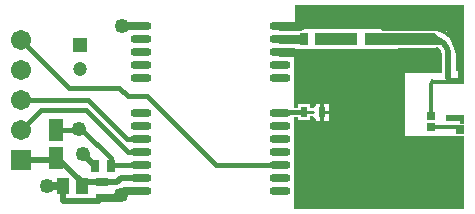
<source format=gtl>
G04*
G04 #@! TF.GenerationSoftware,Altium Limited,Altium Designer,18.1.1 (9)*
G04*
G04 Layer_Physical_Order=1*
G04 Layer_Color=255*
%FSLAX42Y42*%
%MOMM*%
G71*
G01*
G75*
%ADD10R,1.60X0.60*%
%ADD25C,1.20*%
%ADD26C,0.30*%
%ADD27C,0.25*%
%ADD28C,0.50*%
%ADD29O,1.80X0.70*%
%ADD30R,0.64X0.64*%
%ADD31R,1.20X1.95*%
%ADD32R,1.00X1.45*%
%ADD33R,1.00X0.80*%
%ADD34R,0.80X1.00*%
%ADD35R,0.60X0.95*%
%ADD36R,0.74X1.02*%
%ADD37C,0.40*%
%ADD38C,0.25*%
%ADD39C,0.70*%
%ADD40C,0.80*%
%ADD41R,9.30X0.70*%
%ADD42R,0.40X0.40*%
%ADD43R,5.20X5.80*%
%ADD44R,3.00X0.40*%
%ADD45R,0.40X0.30*%
%ADD46R,0.40X3.10*%
%ADD47R,12.60X2.10*%
%ADD48R,0.50X2.30*%
%ADD49R,0.50X2.55*%
%ADD50R,0.35X2.82*%
%ADD51R,0.50X3.10*%
%ADD52R,2.90X0.50*%
%ADD53R,12.50X1.70*%
%ADD54R,3.50X1.00*%
%ADD55R,0.80X5.60*%
%ADD56R,1.23X0.40*%
%ADD57R,0.50X0.70*%
%ADD58R,0.50X2.08*%
%ADD59R,2.40X1.00*%
%ADD60R,3.60X1.00*%
%ADD61R,1.20X1.20*%
%ADD62R,1.71X1.71*%
%ADD63C,1.71*%
%ADD64C,1.25*%
%ADD65C,1.00*%
G36*
X-185Y265D02*
X-210Y240D01*
X-190Y220D01*
X-270D01*
Y270D01*
X-240D01*
X-210Y240D01*
X-280Y320D01*
X-261D01*
X-185Y265D01*
D02*
G37*
G36*
X-70Y250D02*
X-70Y140D01*
X-125Y305D01*
X-70Y250D01*
D02*
G37*
G36*
X-500Y-17D02*
X-500Y-550D01*
X-97Y-550D01*
Y-577D01*
X-40D01*
Y-590D01*
X-27D01*
Y-647D01*
X0D01*
Y-1167D01*
X-1440D01*
Y-391D01*
X-1405D01*
Y-418D01*
X-1305D01*
Y-383D01*
X-1280D01*
X-1260Y-404D01*
Y-423D01*
X-1218D01*
Y-350D01*
Y-277D01*
X-1260D01*
Y-296D01*
X-1280Y-317D01*
X-1305D01*
Y-283D01*
X-1405D01*
Y-309D01*
X-1440D01*
Y-1D01*
X-518Y0D01*
X-500Y-17D01*
D02*
G37*
%LPC*%
G36*
X-1150Y-277D02*
X-1192D01*
Y-337D01*
X-1150D01*
Y-277D01*
D02*
G37*
G36*
Y-363D02*
X-1192D01*
Y-423D01*
X-1150D01*
Y-363D01*
D02*
G37*
G36*
X-53Y-603D02*
X-97D01*
Y-647D01*
X-53D01*
Y-603D01*
D02*
G37*
%LPD*%
D10*
X-80Y-400D02*
D03*
Y-80D02*
D03*
D25*
X-3250Y20D02*
D03*
D26*
X-273Y-86D02*
G03*
X-285Y-110I8J-19D01*
G01*
X-2900Y380D02*
X-2895Y385D01*
X-3400Y-970D02*
X-3400Y-970D01*
X-3092Y-1100D02*
X-3070Y-1077D01*
D27*
X-90Y240D02*
G03*
X-250Y353I-168J-68D01*
G01*
X-204Y132D02*
G03*
X-234Y190I-51J10D01*
G01*
X-560Y190D02*
X-234D01*
X-697Y353D02*
X-250D01*
D28*
X-135Y138D02*
G03*
X-272Y275I-138J0D01*
G01*
X-3420Y-760D02*
X-3238Y-943D01*
X-3228Y-700D02*
X-3127Y-800D01*
X-3238Y-943D02*
X-3070D01*
X-2745Y390D02*
X-2740Y385D01*
X-3400Y-1100D02*
X-3092D01*
X-3400D02*
Y-970D01*
X-3750Y-750D02*
X-3470D01*
X-3070Y-943D02*
X-2942D01*
X-2905Y-905D01*
X-2740D01*
D29*
Y385D02*
D03*
Y275D02*
D03*
Y165D02*
D03*
Y55D02*
D03*
Y-55D02*
D03*
Y-355D02*
D03*
Y-465D02*
D03*
Y-575D02*
D03*
Y-685D02*
D03*
Y-795D02*
D03*
Y-905D02*
D03*
Y-1015D02*
D03*
X-1560Y385D02*
D03*
Y275D02*
D03*
Y165D02*
D03*
Y55D02*
D03*
Y-55D02*
D03*
Y-355D02*
D03*
Y-465D02*
D03*
Y-575D02*
D03*
Y-685D02*
D03*
Y-795D02*
D03*
Y-905D02*
D03*
Y-1015D02*
D03*
D30*
X-40Y-498D02*
D03*
Y-590D02*
D03*
X-280Y-470D02*
D03*
Y-378D02*
D03*
D31*
X-3460Y-495D02*
D03*
Y-740D02*
D03*
D32*
X-3240Y-970D02*
D03*
X-3400D02*
D03*
D33*
X-3070Y-1077D02*
D03*
Y-943D02*
D03*
X-660Y120D02*
D03*
Y255D02*
D03*
X-1080Y130D02*
D03*
Y265D02*
D03*
D34*
X-3127Y-800D02*
D03*
X-2992D02*
D03*
X-1223Y270D02*
D03*
X-1357D02*
D03*
D35*
X-1355Y-350D02*
D03*
X-1205D02*
D03*
D36*
X-797Y270D02*
D03*
X-944D02*
D03*
D37*
X-3344Y-140D02*
X-2920D01*
X-2850Y-210D01*
X-2690D01*
X-2105Y-795D01*
X-1545Y-350D02*
X-1355D01*
X-1560Y-340D02*
X-1535D01*
X-3750Y266D02*
X-3344Y-140D01*
X-2105Y-795D02*
X-1560D01*
X-3200Y-330D02*
X-2845Y-685D01*
X-3584Y-330D02*
X-3200D01*
X-3750Y-496D02*
X-3584Y-330D01*
X-3460Y-495D02*
X-3235D01*
X-2992Y-800D02*
Y-738D01*
X-3235Y-495D02*
X-2992Y-738D01*
X-2845Y-685D02*
X-2740D01*
X-2855Y-575D02*
X-2740D01*
X-3188Y-242D02*
X-2855Y-575D01*
X-3750Y-242D02*
X-3188D01*
X-2988Y-795D02*
X-2740D01*
D38*
X-1355Y-350D02*
X-1280D01*
X-1545D02*
X-1535Y-340D01*
X-1362Y275D02*
X-1357Y270D01*
X-2992Y-800D02*
X-2988Y-795D01*
X-3470Y-750D02*
X-3460Y-740D01*
D39*
X-2895Y385D02*
X-2740D01*
X-3530Y-970D02*
X-3400D01*
X-3070Y-1077D02*
X-2938D01*
X-2875Y-1015D01*
X-2740D01*
D40*
X-1560Y165D02*
X-1450D01*
X-1560Y385D02*
X-1395D01*
X-1560Y275D02*
X-1362D01*
D41*
X-955Y155D02*
D03*
D42*
X-20Y-510D02*
D03*
D43*
X-260Y-840D02*
D03*
D44*
X-150Y-470D02*
D03*
D45*
X-20Y-435D02*
D03*
D46*
X-280Y-255D02*
D03*
D47*
X-810Y455D02*
D03*
D48*
X-165Y445D02*
D03*
D49*
X-125Y433D02*
D03*
D50*
X-108Y419D02*
D03*
D51*
X-75Y405D02*
D03*
D52*
X-355Y165D02*
D03*
D53*
X-815Y65D02*
D03*
D54*
X-435Y270D02*
D03*
D55*
X-40Y280D02*
D03*
D56*
X-212Y-90D02*
D03*
D57*
X-25Y-25D02*
D03*
D58*
X-135Y34D02*
D03*
D59*
X-720Y270D02*
D03*
D60*
X-1090D02*
D03*
D61*
X-3250Y220D02*
D03*
D62*
X-3750Y-750D02*
D03*
D63*
Y-496D02*
D03*
Y-242D02*
D03*
Y12D02*
D03*
Y266D02*
D03*
D64*
X-3228Y-700D02*
D03*
X-2900Y380D02*
D03*
X-2906Y-1046D02*
D03*
X-3530Y-970D02*
D03*
X-3260Y-490D02*
D03*
D65*
X-450Y-850D02*
D03*
Y-1000D02*
D03*
X-600Y-850D02*
D03*
Y-1000D02*
D03*
Y-700D02*
D03*
X-300Y-1000D02*
D03*
X-150D02*
D03*
Y-850D02*
D03*
Y-700D02*
D03*
X-300D02*
D03*
X-450D02*
D03*
X-600Y-550D02*
D03*
Y-400D02*
D03*
Y-250D02*
D03*
Y-100D02*
D03*
X-1070Y-350D02*
D03*
X-225Y450D02*
D03*
X-100Y375D02*
D03*
X-50Y225D02*
D03*
X-350Y450D02*
D03*
X-475D02*
D03*
X-600D02*
D03*
X-725D02*
D03*
X-850D02*
D03*
X-975D02*
D03*
X-1100D02*
D03*
X-1225D02*
D03*
X-1350D02*
D03*
X-350Y100D02*
D03*
X-475D02*
D03*
X-850D02*
D03*
X-975D02*
D03*
X-1225D02*
D03*
X-1350D02*
D03*
M02*

</source>
